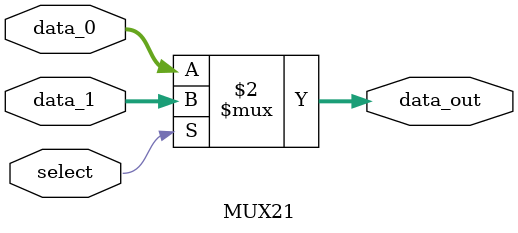
<source format=v>
module ProgramCounter (
  input        clk,
  input        rst_n,
  input  [7:0] next_inst_in,
  output [7:0] next_inst_out
);

reg [7:0] PC_r;
assign next_inst_out = PC_r;

always @(posedge clk) begin
  if (rst_n == 0) PC_r <= 'd0;
  else            PC_r <= next_inst_in;
end

endmodule


module PCALU (
  input  [7:0] PC,
  output [7:0] PCALU_a1
);

assign PCALU_a1 = PC + 1'd1;

endmodule


module AddrReg(
  input            clk,
  input            rst_n,
  input            write,
  input      [7:0] write_data,
  output reg [7:0] addr_reg
);


always @(posedge clk) begin
  if (rst_n == 0) addr_reg <= 'd0;
  else if (write) addr_reg <= write_data;
  else            addr_reg <= addr_reg;
end

endmodule

module MUX21 #(
  parameter DATA_SZ = 8
) (
  input  [DATA_SZ-1:0] data_0,
  input  [DATA_SZ-1:0] data_1,
  input                select,
  output [DATA_SZ-1:0] data_out
);

assign data_out = (select == 'd1) ? data_1 : data_0;

endmodule
</source>
